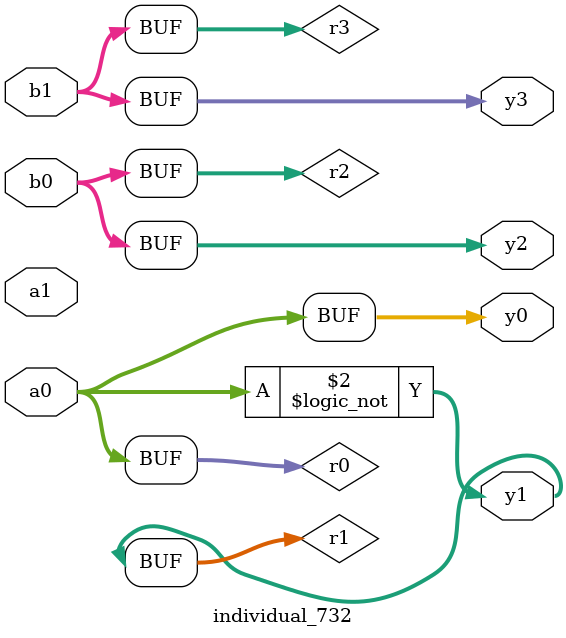
<source format=sv>
module individual_732(input logic [15:0] a1, input logic [15:0] a0, input logic [15:0] b1, input logic [15:0] b0, output logic [15:0] y3, output logic [15:0] y2, output logic [15:0] y1, output logic [15:0] y0);
logic [15:0] r0, r1, r2, r3; 
 always@(*) begin 
	 r0 = a0; r1 = a1; r2 = b0; r3 = b1; 
 	 r1 = ! r0 ;
 	 y3 = r3; y2 = r2; y1 = r1; y0 = r0; 
end
endmodule
</source>
